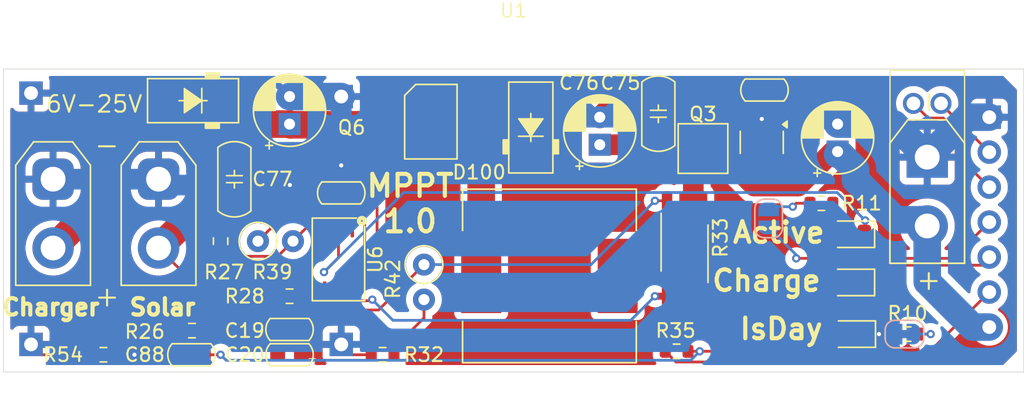
<source format=kicad_pcb>
(kicad_pcb
	(version 20241229)
	(generator "pcbnew")
	(generator_version "9.0")
	(general
		(thickness 1.6)
		(legacy_teardrops no)
	)
	(paper "A4")
	(layers
		(0 "F.Cu" signal)
		(2 "B.Cu" signal)
		(9 "F.Adhes" user "F.Adhesive")
		(11 "B.Adhes" user "B.Adhesive")
		(13 "F.Paste" user)
		(15 "B.Paste" user)
		(5 "F.SilkS" user "F.Silkscreen")
		(7 "B.SilkS" user "B.Silkscreen")
		(1 "F.Mask" user)
		(3 "B.Mask" user)
		(17 "Dwgs.User" user "User.Drawings")
		(19 "Cmts.User" user "User.Comments")
		(21 "Eco1.User" user "User.Eco1")
		(23 "Eco2.User" user "User.Eco2")
		(25 "Edge.Cuts" user)
		(27 "Margin" user)
		(31 "F.CrtYd" user "F.Courtyard")
		(29 "B.CrtYd" user "B.Courtyard")
		(35 "F.Fab" user)
		(33 "B.Fab" user)
		(39 "User.1" user)
		(41 "User.2" user)
		(43 "User.3" user)
		(45 "User.4" user)
	)
	(setup
		(pad_to_mask_clearance 0)
		(allow_soldermask_bridges_in_footprints no)
		(tenting front back)
		(pcbplotparams
			(layerselection 0x00000000_00000000_55555555_5755f5ff)
			(plot_on_all_layers_selection 0x00000000_00000000_00000000_00000000)
			(disableapertmacros no)
			(usegerberextensions no)
			(usegerberattributes yes)
			(usegerberadvancedattributes yes)
			(creategerberjobfile yes)
			(dashed_line_dash_ratio 12.000000)
			(dashed_line_gap_ratio 3.000000)
			(svgprecision 4)
			(plotframeref no)
			(mode 1)
			(useauxorigin no)
			(hpglpennumber 1)
			(hpglpenspeed 20)
			(hpglpendiameter 15.000000)
			(pdf_front_fp_property_popups yes)
			(pdf_back_fp_property_popups yes)
			(pdf_metadata yes)
			(pdf_single_document no)
			(dxfpolygonmode yes)
			(dxfimperialunits yes)
			(dxfusepcbnewfont yes)
			(psnegative no)
			(psa4output no)
			(plot_black_and_white yes)
			(sketchpadsonfab no)
			(plotpadnumbers no)
			(hidednponfab no)
			(sketchdnponfab yes)
			(crossoutdnponfab yes)
			(subtractmaskfromsilk no)
			(outputformat 1)
			(mirror no)
			(drillshape 1)
			(scaleselection 1)
			(outputdirectory "")
		)
	)
	(net 0 "")
	(net 1 "S_VIN")
	(net 2 "GND")
	(net 3 "Net-(C19-Pad1)")
	(net 4 "Net-(U6-VG)")
	(net 5 "Net-(Q3-S)")
	(net 6 "Net-(U34-VCAP)")
	(net 7 "VBAT")
	(net 8 "Net-(D11-A)")
	(net 9 "Net-(D100-K)")
	(net 10 "Net-(L3-Pad2)")
	(net 11 "Net-(Q3-G)")
	(net 12 "Net-(Q6-G)")
	(net 13 "Net-(D2-K)")
	(net 14 "Net-(JP2-B)")
	(net 15 "Net-(D1-A)")
	(net 16 "Net-(JP1-B)")
	(net 17 "Net-(U6-MPPT)")
	(net 18 "Net-(U6-COM)")
	(net 19 "Net-(U6-FB)")
	(net 20 "Net-(U6-CSP)")
	(net 21 "Net-(U6-BAT)")
	(net 22 "IsDay")
	(net 23 "CHRG")
	(net 24 "CHARGE")
	(net 25 "3V3")
	(net 26 "SDA")
	(net 27 "SCL")
	(net 28 "Net-(D4-A)")
	(footprint "PCM_Capacitor_SMD_Handsoldering_AKL:C_0603_1608Metric_Pad1.08x0.95mm" (layer "F.Cu") (at 115.2 18.5275))
	(footprint "Resistor_SMD:R_0603_1608Metric" (layer "F.Cu") (at 119.325 26.75))
	(footprint "LED_SMD:LED_0805_2012Metric" (layer "F.Cu") (at 121.5625 36.25 180))
	(footprint "Package_TO_SOT_SMD:SOT-23-6" (layer "F.Cu") (at 115 22.3275 -90))
	(footprint "LED_SMD:LED_0805_2012Metric" (layer "F.Cu") (at 121.5 32.5 180))
	(footprint "MPPT:MPPT" (layer "F.Cu") (at 97 13.25))
	(footprint "PCM_Diode_SMD_Handsoldering_AKL:D_SMAFL" (layer "F.Cu") (at 73.75 19.3 180))
	(footprint "PCM_Package_SO_AKL:TSSOP-10_3x3mm_P0.5mm" (layer "F.Cu") (at 84.3 30.8275 -90))
	(footprint "PCM_Capacitor_SMD_Handsoldering_AKL:C_0603_1608Metric_Pad1.08x0.95mm" (layer "F.Cu") (at 80.75 37.75))
	(footprint "Resistor_THT:R_Axial_DIN0207_L6.3mm_D2.5mm_P2.54mm_Vertical" (layer "F.Cu") (at 90.5 31.205 -90))
	(footprint "Resistor_SMD:R_0603_1608Metric" (layer "F.Cu") (at 73.675 36))
	(footprint "Resistor_THT:R_Axial_DIN0207_L6.3mm_D2.5mm_P2.54mm_Vertical" (layer "F.Cu") (at 78.46 29.5))
	(footprint "Resistor_SMD:R_0603_1608Metric" (layer "F.Cu") (at 87.5 37.75 180))
	(footprint "board:R_Shunt_Vishay_WSK2512_6332Metric_T1.19mm" (layer "F.Cu") (at 109.4 30 90))
	(footprint "Inductor_SMD:L_12x12mm_H4.5mm" (layer "F.Cu") (at 99.6 32.0275))
	(footprint "Capacitor_THT:CP_Radial_D5.0mm_P2.00mm" (layer "F.Cu") (at 120.5 23 90))
	(footprint "Connector_AMASS:AMASS_XT30UPB-M_1x02_P5.0mm_Vertical" (layer "F.Cu") (at 71.25 25 -90))
	(footprint "PCM_Capacitor_SMD_Handsoldering_AKL:C_0603_1608Metric_Pad1.08x0.95mm" (layer "F.Cu") (at 80.75 35.9175))
	(footprint "Resistor_SMD:R_0603_1608Metric" (layer "F.Cu") (at 108.825 37.5 180))
	(footprint "PCM_Package_TO_SOT_SMD_AKL:SOT-23" (layer "F.Cu") (at 110.7375 22.7775))
	(footprint "Capacitor_THT:CP_Radial_D5.0mm_P2.00mm" (layer "F.Cu") (at 103.25 22.5 90))
	(footprint "PCM_Diode_SMD_Handsoldering_AKL:D_SMAFL" (layer "F.Cu") (at 98.25 21.25 90))
	(footprint "LED_SMD:LED_0805_2012Metric" (layer "F.Cu") (at 121.5 29 180))
	(footprint "Resistor_SMD:R_0603_1608Metric" (layer "F.Cu") (at 67.25 37.75 180))
	(footprint "PCM_Capacitor_SMD_Handsoldering_AKL:C_1206_3216Metric_Pad1.33x1.80mm" (layer "F.Cu") (at 107.5 20.25 90))
	(footprint "PCM_Capacitor_SMD_Handsoldering_AKL:C_1206_3216Metric_Pad1.33x1.80mm" (layer "F.Cu") (at 76.75 25 -90))
	(footprint "Resistor_SMD:R_0603_1608Metric" (layer "F.Cu") (at 75.75 29.5 -90))
	(footprint "Resistor_SMD:R_0603_1608Metric" (layer "F.Cu") (at 125.575 36.25 180))
	(footprint "Connector_AMASS:AMASS_XT30UPB-F_1x02_P5.0mm_Vertical"
		(layer "F.Cu")
		(uuid "d4aaa424-9dec-4d6a-bce2-5228f7e821df")
		(at 63.6 25 -90)
		(descr "Connector XT30 Vertical PCB Female, https://www.tme.eu/Document/81f11ca924696756331f21b972812074/XT30PB-F.pdf")
		(tags "RC Connector XT30")
		(property "Reference" "ExtCharge1"
			(at 2.5 -4 90)
			(layer "F.SilkS")
			(hide yes)
			(uuid "c8904918-d602-4b62-951c-46f4c9758372")
			(effects
				(font
					(size 1 1)
					(thickness 0.15)
				)
			)
		)
		(property "Value" "XT30"
			(at 2.5 4 90)
			(layer "F.Fab")
			(hide yes)
			(uuid "21776655-efee-4c23-86ef-86efe5ad8c02")
			(effects
				(font
					(size 1 1)
					(thickness 0.15)
				)
			)
		)
		(property "Datasheet" ""
			(at 0 0 270)
			(unlocked yes)
			(layer "F.Fab")
			(hide yes)
			(uuid "180856d3-ba84-4083-b2cc-ab4d0201bc5d")
			(effects
				(font
					(size 1.27 1.27)
					(thickness 0.15)
				)
			)
		)
		(property "Description" ""
			(at 0 0 270)
			(unlocked yes)
			(layer "F.Fab")
			(hide yes)
			(uuid "d8b7dc63-0896-49b1-8d2d-464f8f3bb57c")
			(effects
				(font
					(size 1.27 1.27)
					(thickness 0.15)
				)
			)
		)
		(property "LCSC_PART_NUMBER" "C108769"
			(at 0 0 270)
			(unlocked yes)
			(layer "F.Fab")
			(hide yes)
			(uuid "5685f030-934a-45f3-9e61-c2a5474e6152")
			(effects
				(font
					(size 1 1)
					(thickness 0.15)
				)
			)
		)
		(property ki_fp_filters "Connector*:*_1x??_*")
		(path "/64a248e6-b018-447f-9935-42c3a77e798c")
		(sheetname "/")
		(sheetfile "MPPT.kicad_sch")
		(attr through_hole dnp)
		(fp_line
			(start -1.01 2.71)
			(end 7.71 2.71)
			(stroke
				(width 0.12)
				(type solid)
			)
			(layer "F.SilkS")
			(uuid "40c3aebf-1514-4028-aaf7-71220fe72e1d")
		)
		(fp_line
			(start -2.71 1.41)
			(end -1.01 2.71)
			(stroke
				(width 0.12)
				(type solid)
			)
			(layer "F.SilkS")
			(uuid "6bb745c5-5c7a-4dc5-978b-cdc33baf371c")
		)
		(fp_line
			(start -2.71 -1.41)
			(end -2.71 1.41)
			(stroke
				(width 0.12)
				(type solid)
			)
			(layer "F.SilkS")
			(uuid "f9803dc8-bc2c-4097-904c-fbcc39b2825c")
		)
		(fp_line
			(start -2.71 -1.41)
			(end -1.01 -2.71)
			(stroke
				(width 0.12)
				(type solid)
			)
			(layer "F.SilkS")
			(uuid "edc4cad2-3da1-4cf8-a6d6-1348d3154b8e")
		)
		(fp_line
			(start -1.01 -2.71)
			(end 7.71 -2.71)
			(stroke
				(width 0.12)
				(type solid)
			)
			(layer "F.SilkS")
			(uuid "92680f93-bf45-417f-ae9f-61211c0627f7")
		)
		(fp_line
			(start 7.71 -2.71)
			(end 7.71 2.71)
			(stroke
				(width 0.12)
				(type solid)
			)
			(layer "F.SilkS")
			(uuid "06a64f81-211a-4037-b1c8-d040f2cc4730")
		)
		(fp_line
			(start -1.4 3.1)
			(end 8.1 3.1)
			(stroke
				(width 0.05)
				(type solid)
			)
			(layer "F.CrtYd")
			(uuid "c72fff86-19a3-413b-8350-a0066f05923a")
		)
		(fp_line
			(start -3.1 1.8)
			(end -1.4 3.1)
			(stroke
				(width 0.05)
				(type solid)
			)
			(layer "F.CrtYd")
			(uuid "0787c9fb-b546-4fbd-a550-efba9d2c557d")
		)
		(fp_line
			(start -3.1 -1.8)
			(end -3.1 1.8)
			(stroke
				(width 0.05)
				(type solid)
			)
			(layer "F.CrtYd")
			(uuid "7b377be8-3b27-4029-aaf5-c0064c5bb293")
		)
		(fp_line
			(start -3.1 -1.8)
			(end -1.4 -3.1)
			(stroke
				(width 0.05)
				(type solid)
			)
			(layer "F.CrtYd")
			(uuid "67dff899-f4c4-4633-8c2f-a45cf4fd0100")
		)
		(fp_line
			(start -1.4 -3.1)
			(end 8.1 -3.1)
			(stroke
				(width 0.05)
				(type solid)
			)
			(layer "F.CrtYd")
			(uuid "209539b8-2f06-4fe2-9a72-ac25165646f6")
		)
		(fp_line
			(start 8.1 -3.1)
			(end 8.1 3.1)
			(stroke
				(width 0.05)
				(type solid)
			)
			(layer "F.CrtYd")
			(uuid "fc8cdf50-c9df-4dc3-9c81-444eba1aad3f")
		)
		(fp_line
			(start -0.9 2.6)
			(end 7.6 2.6)
			(stroke
				(width 0.1)
				(type solid)
			)
			(layer "F.Fab")
			(uuid "14f11546-26d4-4f19-a85c-db96047f0145")
		)
		(fp_line
			(start -2.6 1.3)
			(end -0.9 2.6)
			(stroke
				(width 0.1)
				(type solid)
			)
			(layer "F.Fab")
			(uuid "0fb2572b-5516-41bb-bc20-ff7bbd511fde")
		)
		(fp_line
			(start -2.6 -1.3)
			(end -2.6 1.3)
			(stroke
				(width 0.1)
				(type solid)
			)
			(layer "F.Fab")
			(uuid "1823d514-a05c-4c4d-b9a1-c4e035f8fb0d")
		)
		(fp_line
			(start -2.6 -1.3)
			(end -0.9 -2.6)
			(stroke
				(width 0.1)
				(type solid)
			)
			(layer "F.Fab")
			(uuid "baf30812-2e55-48a3-9522-c26ea626061b")
		)
		(fp_line
			(start -0.9 -2.6)
			(end 7.6 -2.6)
			(stroke
				(width 0.1)
				(
... [247281 chars truncated]
</source>
